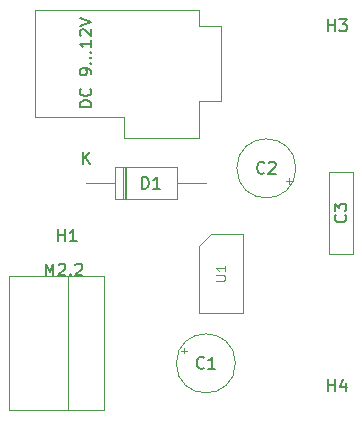
<source format=gbr>
%TF.GenerationSoftware,KiCad,Pcbnew,5.1.5+dfsg1-2build2*%
%TF.CreationDate,2020-12-20T05:39:22+01:00*%
%TF.ProjectId,PSmod1105-v2,50536d6f-6431-4313-9035-2d76322e6b69,rev?*%
%TF.SameCoordinates,PX48ab840PY77e7cd0*%
%TF.FileFunction,Other,Fab,Top*%
%FSLAX46Y46*%
G04 Gerber Fmt 4.6, Leading zero omitted, Abs format (unit mm)*
G04 Created by KiCad (PCBNEW 5.1.5+dfsg1-2build2) date 2020-12-20 05:39:22*
%MOMM*%
%LPD*%
G04 APERTURE LIST*
%ADD10C,0.100000*%
%ADD11C,0.120000*%
%ADD12C,0.150000*%
G04 APERTURE END LIST*
D10*
%TO.C,C1*%
X17720000Y5080000D02*
G75*
G03X17720000Y5080000I-2500000J0D01*
G01*
X13086395Y6167500D02*
X13586395Y6167500D01*
X13336395Y6417500D02*
X13336395Y5917500D01*
%TO.C,C2*%
X22223605Y20252500D02*
X22223605Y20752500D01*
X22473605Y20502500D02*
X21973605Y20502500D01*
X22840000Y21590000D02*
G75*
G03X22840000Y21590000I-2500000J0D01*
G01*
%TO.C,C3*%
X25670000Y14320000D02*
X27670000Y14320000D01*
X27670000Y14320000D02*
X27670000Y21320000D01*
X27670000Y21320000D02*
X25670000Y21320000D01*
X25670000Y21320000D02*
X25670000Y14320000D01*
%TO.C,D1*%
X7560000Y21670000D02*
X7560000Y18970000D01*
X7560000Y18970000D02*
X12760000Y18970000D01*
X12760000Y18970000D02*
X12760000Y21670000D01*
X12760000Y21670000D02*
X7560000Y21670000D01*
X5080000Y20320000D02*
X7560000Y20320000D01*
X15240000Y20320000D02*
X12760000Y20320000D01*
X8340000Y21670000D02*
X8340000Y18970000D01*
X8440000Y21670000D02*
X8440000Y18970000D01*
X8240000Y21670000D02*
X8240000Y18970000D01*
D11*
%TO.C,J1*%
X740000Y25980000D02*
X740000Y34980000D01*
X740000Y34980000D02*
X14605000Y34980000D01*
X14605000Y34980000D02*
X14605000Y33655000D01*
X14605000Y33655000D02*
X16510000Y33655000D01*
X16510000Y33655000D02*
X16510000Y27305000D01*
X16510000Y27305000D02*
X14605000Y27305000D01*
X14605000Y27305000D02*
X14605000Y24130000D01*
X14605000Y24130000D02*
X8255000Y24130000D01*
X8255000Y25980000D02*
X740000Y25980000D01*
X740000Y25980000D02*
X8255000Y25980000D01*
X8255000Y25980000D02*
X8255000Y24130000D01*
%TO.C,SW1*%
X5080000Y1110000D02*
X-1420000Y1110000D01*
X-1420000Y1110000D02*
X-1420000Y12510000D01*
X-1420000Y12510000D02*
X5080000Y12510000D01*
X5080000Y1110000D02*
X6580000Y1110000D01*
X6580000Y1110000D02*
X6580000Y12510000D01*
X6580000Y12510000D02*
X5080000Y12510000D01*
X3580000Y1110000D02*
X3580000Y12510000D01*
D10*
%TO.C,U1*%
X14660000Y15050000D02*
X15660000Y16050000D01*
X14660000Y15050000D02*
X14660000Y9350000D01*
X15660000Y16050000D02*
X18360000Y16050000D01*
X14660000Y9350000D02*
X18360000Y9350000D01*
X18360000Y16050000D02*
X18360000Y9350000D01*
%TD*%
%TO.C,C1*%
D12*
X15053333Y4722858D02*
X15005714Y4675239D01*
X14862857Y4627620D01*
X14767619Y4627620D01*
X14624761Y4675239D01*
X14529523Y4770477D01*
X14481904Y4865715D01*
X14434285Y5056191D01*
X14434285Y5199048D01*
X14481904Y5389524D01*
X14529523Y5484762D01*
X14624761Y5580000D01*
X14767619Y5627620D01*
X14862857Y5627620D01*
X15005714Y5580000D01*
X15053333Y5532381D01*
X16005714Y4627620D02*
X15434285Y4627620D01*
X15720000Y4627620D02*
X15720000Y5627620D01*
X15624761Y5484762D01*
X15529523Y5389524D01*
X15434285Y5341905D01*
%TO.C,C2*%
X20173333Y21232858D02*
X20125714Y21185239D01*
X19982857Y21137620D01*
X19887619Y21137620D01*
X19744761Y21185239D01*
X19649523Y21280477D01*
X19601904Y21375715D01*
X19554285Y21566191D01*
X19554285Y21709048D01*
X19601904Y21899524D01*
X19649523Y21994762D01*
X19744761Y22090000D01*
X19887619Y22137620D01*
X19982857Y22137620D01*
X20125714Y22090000D01*
X20173333Y22042381D01*
X20554285Y22042381D02*
X20601904Y22090000D01*
X20697142Y22137620D01*
X20935238Y22137620D01*
X21030476Y22090000D01*
X21078095Y22042381D01*
X21125714Y21947143D01*
X21125714Y21851905D01*
X21078095Y21709048D01*
X20506666Y21137620D01*
X21125714Y21137620D01*
%TO.C,C3*%
X27027142Y17653334D02*
X27074761Y17605715D01*
X27122380Y17462858D01*
X27122380Y17367620D01*
X27074761Y17224762D01*
X26979523Y17129524D01*
X26884285Y17081905D01*
X26693809Y17034286D01*
X26550952Y17034286D01*
X26360476Y17081905D01*
X26265238Y17129524D01*
X26170000Y17224762D01*
X26122380Y17367620D01*
X26122380Y17462858D01*
X26170000Y17605715D01*
X26217619Y17653334D01*
X26122380Y17986667D02*
X26122380Y18605715D01*
X26503333Y18272381D01*
X26503333Y18415239D01*
X26550952Y18510477D01*
X26598571Y18558096D01*
X26693809Y18605715D01*
X26931904Y18605715D01*
X27027142Y18558096D01*
X27074761Y18510477D01*
X27122380Y18415239D01*
X27122380Y18129524D01*
X27074761Y18034286D01*
X27027142Y17986667D01*
%TO.C,D1*%
X9811904Y19867620D02*
X9811904Y20867620D01*
X10050000Y20867620D01*
X10192857Y20820000D01*
X10288095Y20724762D01*
X10335714Y20629524D01*
X10383333Y20439048D01*
X10383333Y20296191D01*
X10335714Y20105715D01*
X10288095Y20010477D01*
X10192857Y19915239D01*
X10050000Y19867620D01*
X9811904Y19867620D01*
X11335714Y19867620D02*
X10764285Y19867620D01*
X11050000Y19867620D02*
X11050000Y20867620D01*
X10954761Y20724762D01*
X10859523Y20629524D01*
X10764285Y20581905D01*
X4818095Y21967620D02*
X4818095Y22967620D01*
X5389523Y21967620D02*
X4960952Y22539048D01*
X5389523Y22967620D02*
X4818095Y22396191D01*
%TO.C,H1*%
X1651190Y12522620D02*
X1651190Y13522620D01*
X1984523Y12808334D01*
X2317857Y13522620D01*
X2317857Y12522620D01*
X2746428Y13427381D02*
X2794047Y13475000D01*
X2889285Y13522620D01*
X3127380Y13522620D01*
X3222619Y13475000D01*
X3270238Y13427381D01*
X3317857Y13332143D01*
X3317857Y13236905D01*
X3270238Y13094048D01*
X2698809Y12522620D01*
X3317857Y12522620D01*
X3746428Y12617858D02*
X3794047Y12570239D01*
X3746428Y12522620D01*
X3698809Y12570239D01*
X3746428Y12617858D01*
X3746428Y12522620D01*
X4175000Y13427381D02*
X4222619Y13475000D01*
X4317857Y13522620D01*
X4555952Y13522620D01*
X4651190Y13475000D01*
X4698809Y13427381D01*
X4746428Y13332143D01*
X4746428Y13236905D01*
X4698809Y13094048D01*
X4127380Y12522620D01*
X4746428Y12522620D01*
X2713095Y15422620D02*
X2713095Y16422620D01*
X2713095Y15946429D02*
X3284523Y15946429D01*
X3284523Y15422620D02*
X3284523Y16422620D01*
X4284523Y15422620D02*
X3713095Y15422620D01*
X3998809Y15422620D02*
X3998809Y16422620D01*
X3903571Y16279762D01*
X3808333Y16184524D01*
X3713095Y16136905D01*
%TO.C,H3*%
X25573095Y33202620D02*
X25573095Y34202620D01*
X25573095Y33726429D02*
X26144523Y33726429D01*
X26144523Y33202620D02*
X26144523Y34202620D01*
X26525476Y34202620D02*
X27144523Y34202620D01*
X26811190Y33821667D01*
X26954047Y33821667D01*
X27049285Y33774048D01*
X27096904Y33726429D01*
X27144523Y33631191D01*
X27144523Y33393096D01*
X27096904Y33297858D01*
X27049285Y33250239D01*
X26954047Y33202620D01*
X26668333Y33202620D01*
X26573095Y33250239D01*
X26525476Y33297858D01*
%TO.C,H4*%
X25573095Y2722620D02*
X25573095Y3722620D01*
X25573095Y3246429D02*
X26144523Y3246429D01*
X26144523Y2722620D02*
X26144523Y3722620D01*
X27049285Y3389286D02*
X27049285Y2722620D01*
X26811190Y3770239D02*
X26573095Y3055953D01*
X27192142Y3055953D01*
%TO.C,J1*%
X5532380Y26765715D02*
X4532380Y26765715D01*
X4532380Y27003810D01*
X4580000Y27146667D01*
X4675238Y27241905D01*
X4770476Y27289524D01*
X4960952Y27337143D01*
X5103809Y27337143D01*
X5294285Y27289524D01*
X5389523Y27241905D01*
X5484761Y27146667D01*
X5532380Y27003810D01*
X5532380Y26765715D01*
X5437142Y28337143D02*
X5484761Y28289524D01*
X5532380Y28146667D01*
X5532380Y28051429D01*
X5484761Y27908572D01*
X5389523Y27813334D01*
X5294285Y27765715D01*
X5103809Y27718096D01*
X4960952Y27718096D01*
X4770476Y27765715D01*
X4675238Y27813334D01*
X4580000Y27908572D01*
X4532380Y28051429D01*
X4532380Y28146667D01*
X4580000Y28289524D01*
X4627619Y28337143D01*
X5532380Y29575239D02*
X5532380Y29765715D01*
X5484761Y29860953D01*
X5437142Y29908572D01*
X5294285Y30003810D01*
X5103809Y30051429D01*
X4722857Y30051429D01*
X4627619Y30003810D01*
X4580000Y29956191D01*
X4532380Y29860953D01*
X4532380Y29670477D01*
X4580000Y29575239D01*
X4627619Y29527620D01*
X4722857Y29480000D01*
X4960952Y29480000D01*
X5056190Y29527620D01*
X5103809Y29575239D01*
X5151428Y29670477D01*
X5151428Y29860953D01*
X5103809Y29956191D01*
X5056190Y30003810D01*
X4960952Y30051429D01*
X5437142Y30480000D02*
X5484761Y30527620D01*
X5532380Y30480000D01*
X5484761Y30432381D01*
X5437142Y30480000D01*
X5532380Y30480000D01*
X5437142Y30956191D02*
X5484761Y31003810D01*
X5532380Y30956191D01*
X5484761Y30908572D01*
X5437142Y30956191D01*
X5532380Y30956191D01*
X5437142Y31432381D02*
X5484761Y31480000D01*
X5532380Y31432381D01*
X5484761Y31384762D01*
X5437142Y31432381D01*
X5532380Y31432381D01*
X5532380Y32432381D02*
X5532380Y31860953D01*
X5532380Y32146667D02*
X4532380Y32146667D01*
X4675238Y32051429D01*
X4770476Y31956191D01*
X4818095Y31860953D01*
X4627619Y32813334D02*
X4580000Y32860953D01*
X4532380Y32956191D01*
X4532380Y33194286D01*
X4580000Y33289524D01*
X4627619Y33337143D01*
X4722857Y33384762D01*
X4818095Y33384762D01*
X4960952Y33337143D01*
X5532380Y32765715D01*
X5532380Y33384762D01*
X4532380Y33670477D02*
X5532380Y34003810D01*
X4532380Y34337143D01*
%TO.C,U1*%
D11*
X16071904Y12090477D02*
X16719523Y12090477D01*
X16795714Y12128572D01*
X16833809Y12166667D01*
X16871904Y12242858D01*
X16871904Y12395239D01*
X16833809Y12471429D01*
X16795714Y12509524D01*
X16719523Y12547620D01*
X16071904Y12547620D01*
X16871904Y13347620D02*
X16871904Y12890477D01*
X16871904Y13119048D02*
X16071904Y13119048D01*
X16186190Y13042858D01*
X16262380Y12966667D01*
X16300476Y12890477D01*
%TD*%
M02*

</source>
